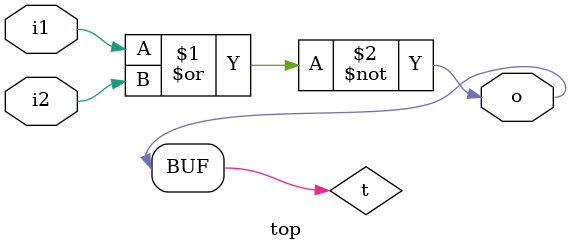
<source format=v>
module top ( i1 , i2 , o );

input i1 , i2 ;

output o ;

wire t ;

nor ( t, i1 , i2 ) ;


buf ( o , t );

endmodule

</source>
